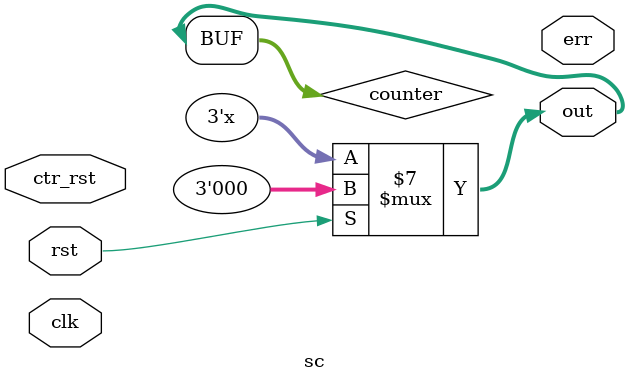
<source format=v>
/* $Author: karu $ */
/* $LastChangedDate: 2009-03-04 23:09:45 -0600 (Wed, 04 Mar 2009) $ */
/* $Rev: 45 $ */

module sc( clk, rst, ctr_rst, out, err);
   input clk;
   input rst;
   input ctr_rst;
   output [2:0] out;
   output err;

	reg[2:0] counter;
	
	always@(*)begin
		casex(counter)
			3'b000:begin
					counter = ctr_rst?3'b000:3'b001;
				end
			3'b001:begin
					counter = ctr_rst?3'b000:3'b010;
				end
			3'b010:begin
					counter = ctr_rst?3'b000:3'b011;
				end
			3'b011:begin
					counter = ctr_rst?3'b000:3'b100;
				end
			3'b1??:begin
					counter = ctr_rst?3'b000:3'b101;
				end
			default:begin
					$display("error");
				end
		endcase
		counter = rst?3'b000:counter;
	end  
assign out = counter;
//hello
endmodule

// DUMMY LINE FOR REV CONTROL :1:

</source>
